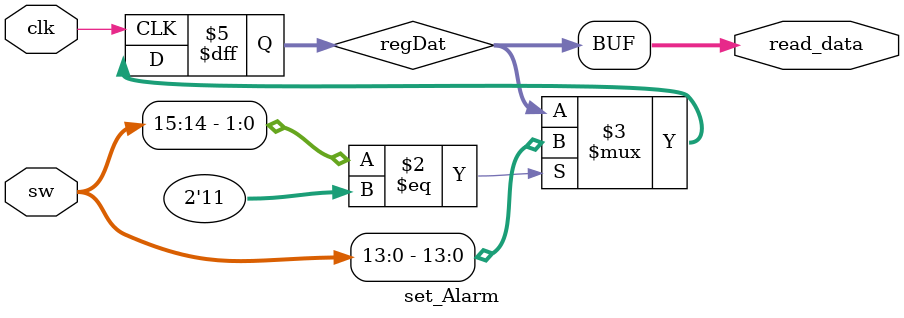
<source format=sv>
`timescale 1ns / 1ps
module set_Alarm (
    output logic [13:0] read_data,
    input logic [15:0] sw,
    input logic clk 
    );
    
  logic [13:0] regDat;
  always @(posedge clk) begin    //Note always_ff doesnt work in this IDE
    if(sw[15:14] == 2'b11) regDat <= sw[13:0];
  end
  assign read_data = regDat;
endmodule
</source>
